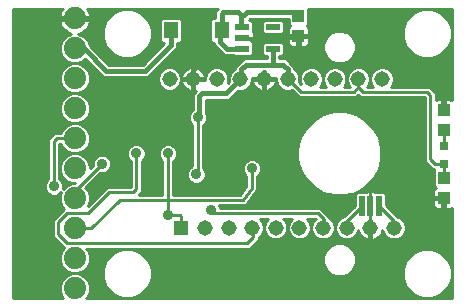
<source format=gbl>
G75*
G70*
%OFA0B0*%
%FSLAX24Y24*%
%IPPOS*%
%LPD*%
%AMOC8*
5,1,8,0,0,1.08239X$1,22.5*
%
%ADD10R,0.0315X0.0315*%
%ADD11R,0.0394X0.0433*%
%ADD12R,0.0472X0.0217*%
%ADD13C,0.0515*%
%ADD14R,0.0515X0.0515*%
%ADD15R,0.0236X0.0669*%
%ADD16R,0.0197X0.0669*%
%ADD17C,0.0740*%
%ADD18R,0.0500X0.0579*%
%ADD19C,0.0100*%
%ADD20C,0.0360*%
%ADD21C,0.0160*%
D10*
X014700Y004880D03*
X014700Y005470D03*
D11*
X014700Y005990D03*
X014700Y006660D03*
X014700Y004410D03*
X014700Y003740D03*
X009850Y009140D03*
X009850Y009810D03*
D12*
X009012Y009449D03*
X009012Y008701D03*
X007988Y008701D03*
X007988Y009075D03*
X007988Y009449D03*
D13*
X007919Y007705D03*
X007132Y007705D03*
X006344Y007705D03*
X005557Y007705D03*
X008707Y007705D03*
X009494Y007705D03*
X010281Y007705D03*
X011069Y007705D03*
X011856Y007705D03*
X012644Y007705D03*
X013037Y002745D03*
X012250Y002745D03*
X011463Y002745D03*
X010675Y002745D03*
X009888Y002745D03*
X009100Y002745D03*
X008313Y002745D03*
X007526Y002745D03*
X006738Y002745D03*
D14*
X005951Y002745D03*
D15*
X011974Y003475D03*
X012526Y003475D03*
D16*
X012250Y003475D03*
D17*
X002400Y003725D03*
X002400Y002725D03*
X002400Y001725D03*
X002400Y000725D03*
X002400Y004725D03*
X002400Y005725D03*
X002400Y006725D03*
X002400Y007725D03*
X002400Y008725D03*
X002400Y009725D03*
D18*
X005604Y009325D03*
X007296Y009325D03*
D19*
X000325Y010050D02*
X000325Y000400D01*
X002018Y000400D01*
X001976Y000442D01*
X001900Y000626D01*
X001900Y000824D01*
X001976Y001008D01*
X002117Y001149D01*
X002301Y001225D01*
X002499Y001225D01*
X002683Y001301D01*
X002824Y001442D01*
X002900Y001626D01*
X002900Y001824D01*
X002824Y002008D01*
X002787Y002045D01*
X008225Y002045D01*
X008425Y002245D01*
X008530Y002350D01*
X008530Y002415D01*
X008532Y002416D01*
X008641Y002525D01*
X008700Y002668D01*
X008700Y002822D01*
X008641Y002964D01*
X008561Y003045D01*
X008853Y003045D01*
X008772Y002964D01*
X008713Y002822D01*
X008713Y002668D01*
X008772Y002525D01*
X008881Y002416D01*
X009023Y002357D01*
X009177Y002357D01*
X009320Y002416D01*
X009429Y002525D01*
X009488Y002668D01*
X009488Y002822D01*
X009429Y002964D01*
X009348Y003045D01*
X009640Y003045D01*
X009559Y002964D01*
X009500Y002822D01*
X009500Y002668D01*
X009559Y002525D01*
X009668Y002416D01*
X009811Y002357D01*
X009965Y002357D01*
X010107Y002416D01*
X010216Y002525D01*
X010275Y002668D01*
X010275Y002822D01*
X010216Y002964D01*
X010135Y003045D01*
X010425Y003045D01*
X010426Y003044D01*
X010347Y002964D01*
X010288Y002822D01*
X010288Y002668D01*
X010347Y002525D01*
X010456Y002416D01*
X010598Y002357D01*
X010752Y002357D01*
X010895Y002416D01*
X011004Y002525D01*
X011063Y002668D01*
X011063Y002822D01*
X011004Y002964D01*
X010895Y003073D01*
X010880Y003079D01*
X010880Y003100D01*
X010775Y003205D01*
X010680Y003300D01*
X010575Y003405D01*
X007252Y003405D01*
X007215Y003495D01*
X007940Y003495D01*
X007952Y003486D01*
X008013Y003495D01*
X008075Y003495D01*
X008085Y003505D01*
X008099Y003507D01*
X008136Y003557D01*
X008180Y003600D01*
X008180Y003615D01*
X008436Y003957D01*
X008480Y004000D01*
X008480Y004015D01*
X008489Y004027D01*
X008480Y004088D01*
X008480Y004467D01*
X008563Y004549D01*
X008610Y004663D01*
X008610Y004787D01*
X008563Y004901D01*
X008476Y004988D01*
X008362Y005035D01*
X008238Y005035D01*
X008124Y004988D01*
X008037Y004901D01*
X007990Y004787D01*
X007990Y004663D01*
X008037Y004549D01*
X008120Y004467D01*
X008120Y004135D01*
X007910Y003855D01*
X005680Y003855D01*
X005680Y004967D01*
X005763Y005049D01*
X005810Y005163D01*
X005810Y005287D01*
X005763Y005401D01*
X005676Y005488D01*
X005562Y005535D01*
X005438Y005535D01*
X005324Y005488D01*
X005237Y005401D01*
X005190Y005287D01*
X005190Y005163D01*
X005237Y005049D01*
X005320Y004967D01*
X005320Y003855D01*
X004535Y003855D01*
X004630Y003950D01*
X004630Y004967D01*
X004713Y005049D01*
X004760Y005163D01*
X004760Y005287D01*
X004713Y005401D01*
X004626Y005488D01*
X004512Y005535D01*
X004388Y005535D01*
X004274Y005488D01*
X004187Y005401D01*
X004140Y005287D01*
X004140Y005163D01*
X004187Y005049D01*
X004270Y004967D01*
X004270Y004105D01*
X003475Y004105D01*
X002832Y003462D01*
X002900Y003626D01*
X002900Y003824D01*
X002824Y004008D01*
X002756Y004076D01*
X003245Y004565D01*
X003362Y004565D01*
X003476Y004612D01*
X003563Y004699D01*
X003610Y004813D01*
X003610Y004937D01*
X003563Y005051D01*
X003476Y005138D01*
X003362Y005185D01*
X003238Y005185D01*
X003124Y005138D01*
X003037Y005051D01*
X002990Y004937D01*
X002990Y004820D01*
X002900Y004730D01*
X002900Y004824D01*
X002824Y005008D01*
X002683Y005149D01*
X002499Y005225D01*
X002683Y005301D01*
X002824Y005442D01*
X002900Y005626D01*
X002900Y005824D01*
X002824Y006008D01*
X002683Y006149D01*
X002499Y006225D01*
X002301Y006225D01*
X002117Y006149D01*
X001976Y006008D01*
X001933Y005905D01*
X001725Y005905D01*
X001620Y005800D01*
X001520Y005700D01*
X001520Y004383D01*
X001437Y004301D01*
X001390Y004187D01*
X001390Y004063D01*
X001437Y003949D01*
X001524Y003862D01*
X001638Y003815D01*
X001762Y003815D01*
X001876Y003862D01*
X001944Y003931D01*
X001900Y003824D01*
X001900Y003626D01*
X001976Y003442D01*
X002044Y003374D01*
X001775Y003105D01*
X001670Y003000D01*
X001670Y002450D01*
X001970Y002150D01*
X002044Y002076D01*
X001976Y002008D01*
X001900Y001824D01*
X001900Y001626D01*
X001976Y001442D01*
X002117Y001301D01*
X002301Y001225D01*
X002499Y001225D01*
X002683Y001149D01*
X002824Y001008D01*
X002900Y000824D01*
X002900Y000626D01*
X002824Y000442D01*
X002782Y000400D01*
X014975Y000400D01*
X014975Y003396D01*
X014955Y003384D01*
X014917Y003374D01*
X014748Y003374D01*
X014748Y003692D01*
X014652Y003692D01*
X014652Y003374D01*
X014483Y003374D01*
X014445Y003384D01*
X014411Y003404D01*
X014383Y003432D01*
X014363Y003466D01*
X014353Y003504D01*
X014353Y003692D01*
X014652Y003692D01*
X014652Y003789D01*
X014353Y003789D01*
X014353Y003977D01*
X014363Y004015D01*
X014383Y004049D01*
X014411Y004077D01*
X014427Y004086D01*
X014373Y004139D01*
X014373Y004680D01*
X014388Y004695D01*
X014325Y004695D01*
X014220Y004800D01*
X014070Y004950D01*
X014070Y007095D01*
X011925Y007095D01*
X011850Y007170D01*
X011775Y007095D01*
X009875Y007095D01*
X009770Y007200D01*
X009629Y007342D01*
X009571Y007318D01*
X009417Y007318D01*
X009275Y007377D01*
X009166Y007486D01*
X009107Y007627D01*
X009104Y007610D01*
X009084Y007549D01*
X009055Y007492D01*
X009018Y007440D01*
X008972Y007395D01*
X008920Y007357D01*
X008863Y007328D01*
X008802Y007308D01*
X008739Y007298D01*
X008735Y007298D01*
X008735Y007677D01*
X008678Y007677D01*
X008307Y007677D01*
X008307Y007734D01*
X008678Y007734D01*
X008678Y007677D01*
X008678Y007298D01*
X008675Y007298D01*
X008611Y007308D01*
X008550Y007328D01*
X008493Y007357D01*
X008441Y007395D01*
X008396Y007440D01*
X008358Y007492D01*
X008329Y007549D01*
X008309Y007610D01*
X008306Y007627D01*
X008248Y007486D01*
X008139Y007377D01*
X007996Y007318D01*
X007842Y007318D01*
X007833Y007322D01*
X007660Y007149D01*
X007660Y007138D01*
X007537Y007015D01*
X006760Y007015D01*
X006760Y006603D01*
X006763Y006601D01*
X006810Y006487D01*
X006810Y006363D01*
X006763Y006249D01*
X006680Y006167D01*
X006680Y004733D01*
X006713Y004701D01*
X006760Y004587D01*
X006760Y004463D01*
X006713Y004349D01*
X006626Y004262D01*
X006512Y004215D01*
X006388Y004215D01*
X006274Y004262D01*
X006187Y004349D01*
X006140Y004463D01*
X006140Y004587D01*
X006187Y004701D01*
X006274Y004788D01*
X006320Y004807D01*
X006320Y006167D01*
X006237Y006249D01*
X006190Y006363D01*
X006190Y006487D01*
X006237Y006601D01*
X006324Y006688D01*
X006340Y006694D01*
X006340Y007212D01*
X006435Y007307D01*
X006377Y007298D01*
X006373Y007298D01*
X006373Y007677D01*
X006744Y007677D01*
X006744Y007734D01*
X006373Y007734D01*
X006316Y007734D01*
X006316Y008113D01*
X006312Y008113D01*
X006249Y008103D01*
X006188Y008083D01*
X006131Y008054D01*
X006079Y008016D01*
X006034Y007971D01*
X005996Y007919D01*
X005967Y007862D01*
X005947Y007801D01*
X005944Y007783D01*
X005886Y007925D01*
X005777Y008034D01*
X005634Y008093D01*
X005480Y008093D01*
X005338Y008034D01*
X005229Y007925D01*
X005170Y007782D01*
X005170Y007628D01*
X005229Y007486D01*
X005338Y007377D01*
X005480Y007318D01*
X005634Y007318D01*
X005777Y007377D01*
X005886Y007486D01*
X005944Y007627D01*
X005947Y007610D01*
X005967Y007549D01*
X005996Y007492D01*
X006034Y007440D01*
X006079Y007395D01*
X006131Y007357D01*
X006188Y007328D01*
X006249Y007308D01*
X006312Y007298D01*
X006316Y007298D01*
X006316Y007677D01*
X005945Y007677D01*
X005945Y007734D01*
X006316Y007734D01*
X006316Y007677D01*
X006373Y007677D01*
X006373Y007734D01*
X006373Y008113D01*
X006377Y008113D01*
X006440Y008103D01*
X006501Y008083D01*
X006558Y008054D01*
X006610Y008016D01*
X006655Y007971D01*
X006693Y007919D01*
X006722Y007862D01*
X006742Y007801D01*
X006745Y007783D01*
X006803Y007925D01*
X006912Y008034D01*
X007055Y008093D01*
X007209Y008093D01*
X007351Y008034D01*
X007460Y007925D01*
X007519Y007782D01*
X007519Y007628D01*
X007501Y007584D01*
X007536Y007619D01*
X007532Y007628D01*
X007532Y007782D01*
X007591Y007925D01*
X007700Y008034D01*
X007740Y008050D01*
X007740Y008112D01*
X008026Y008398D01*
X008802Y008398D01*
X008802Y008463D01*
X008722Y008463D01*
X008646Y008539D01*
X008646Y008863D01*
X008722Y008939D01*
X009302Y008939D01*
X009378Y008863D01*
X009378Y008539D01*
X009302Y008463D01*
X009222Y008463D01*
X009222Y008398D01*
X009424Y008398D01*
X009587Y008235D01*
X009710Y008112D01*
X009710Y008035D01*
X009714Y008034D01*
X009823Y007925D01*
X009882Y007782D01*
X009882Y007628D01*
X009873Y007607D01*
X009924Y007555D01*
X009894Y007628D01*
X009894Y007782D01*
X009953Y007925D01*
X010062Y008034D01*
X010204Y008093D01*
X010359Y008093D01*
X010501Y008034D01*
X010610Y007925D01*
X010669Y007782D01*
X010669Y007628D01*
X010610Y007486D01*
X010579Y007455D01*
X010771Y007455D01*
X010740Y007486D01*
X010681Y007628D01*
X010681Y007782D01*
X010740Y007925D01*
X010849Y008034D01*
X010992Y008093D01*
X011146Y008093D01*
X011288Y008034D01*
X011397Y007925D01*
X011456Y007782D01*
X011456Y007628D01*
X011397Y007486D01*
X011367Y007455D01*
X011559Y007455D01*
X011528Y007486D01*
X011469Y007628D01*
X011469Y007782D01*
X011528Y007925D01*
X011637Y008034D01*
X011779Y008093D01*
X011933Y008093D01*
X012076Y008034D01*
X012185Y007925D01*
X012244Y007782D01*
X012244Y007628D01*
X012185Y007486D01*
X012154Y007455D01*
X012346Y007455D01*
X012315Y007486D01*
X012256Y007628D01*
X012256Y007782D01*
X012315Y007925D01*
X012424Y008034D01*
X012567Y008093D01*
X012721Y008093D01*
X012863Y008034D01*
X012972Y007925D01*
X013031Y007782D01*
X013031Y007628D01*
X012972Y007486D01*
X012941Y007455D01*
X014225Y007455D01*
X014325Y007355D01*
X014430Y007250D01*
X014430Y007007D01*
X014445Y007016D01*
X014483Y007026D01*
X014652Y007026D01*
X014652Y006708D01*
X014748Y006708D01*
X014748Y007026D01*
X014917Y007026D01*
X014955Y007016D01*
X014975Y007004D01*
X014975Y010050D01*
X010177Y010050D01*
X010177Y009539D01*
X010123Y009486D01*
X010139Y009477D01*
X010167Y009449D01*
X010187Y009415D01*
X010197Y009377D01*
X010197Y009189D01*
X009898Y009189D01*
X009898Y009092D01*
X009898Y008774D01*
X010067Y008774D01*
X010105Y008784D01*
X010139Y008804D01*
X010167Y008832D01*
X010187Y008866D01*
X010197Y008904D01*
X010197Y009092D01*
X009898Y009092D01*
X009802Y009092D01*
X009802Y008774D01*
X009633Y008774D01*
X009595Y008784D01*
X009561Y008804D01*
X009533Y008832D01*
X009513Y008866D01*
X009503Y008904D01*
X009503Y009092D01*
X009802Y009092D01*
X009802Y009189D01*
X009503Y009189D01*
X009503Y009377D01*
X009513Y009415D01*
X009533Y009449D01*
X009561Y009477D01*
X009577Y009486D01*
X009523Y009539D01*
X009523Y009715D01*
X008237Y009715D01*
X008209Y009687D01*
X008278Y009687D01*
X008354Y009611D01*
X008354Y009287D01*
X008646Y009287D01*
X008722Y009211D01*
X009302Y009211D01*
X009378Y009287D01*
X009503Y009287D01*
X009506Y009386D02*
X009378Y009386D01*
X009378Y009484D02*
X009573Y009484D01*
X009523Y009583D02*
X009378Y009583D01*
X009378Y009611D02*
X009302Y009687D01*
X008722Y009687D01*
X008646Y009611D01*
X008646Y009287D01*
X008646Y009386D02*
X008354Y009386D01*
X008354Y009484D02*
X008646Y009484D01*
X008646Y009583D02*
X008354Y009583D01*
X008284Y009681D02*
X008716Y009681D01*
X008354Y009287D02*
X008344Y009276D01*
X008344Y009275D01*
X008364Y009241D01*
X008374Y009203D01*
X008374Y009079D01*
X007992Y009079D01*
X007992Y009071D01*
X008374Y009071D01*
X008374Y008947D01*
X008364Y008909D01*
X008344Y008875D01*
X008344Y008874D01*
X008354Y008863D01*
X008354Y008539D01*
X008278Y008463D01*
X007698Y008463D01*
X007670Y008491D01*
X007387Y008491D01*
X007163Y008715D01*
X007040Y008838D01*
X007040Y008906D01*
X006993Y008906D01*
X006916Y008982D01*
X006916Y009668D01*
X006993Y009744D01*
X007086Y009744D01*
X007086Y009958D01*
X007178Y010050D01*
X002807Y010050D01*
X002845Y009998D01*
X002882Y009925D01*
X002907Y009847D01*
X002919Y009775D01*
X002450Y009775D01*
X002450Y009675D01*
X002919Y009675D01*
X002907Y009603D01*
X002882Y009525D01*
X002845Y009452D01*
X002797Y009386D01*
X002739Y009328D01*
X002673Y009280D01*
X002600Y009243D01*
X002522Y009218D01*
X002518Y009217D01*
X002683Y009149D01*
X002824Y009008D01*
X002900Y008824D01*
X002900Y008822D01*
X003537Y008185D01*
X004663Y008185D01*
X005384Y008906D01*
X005300Y008906D01*
X005224Y008982D01*
X005224Y009668D01*
X005300Y009744D01*
X005907Y009744D01*
X005984Y009668D01*
X005984Y008982D01*
X005907Y008906D01*
X005810Y008906D01*
X005810Y008738D01*
X005687Y008615D01*
X004837Y007765D01*
X003363Y007765D01*
X003240Y007888D01*
X002755Y008373D01*
X002683Y008301D01*
X002499Y008225D01*
X002301Y008225D01*
X002117Y008149D01*
X001976Y008008D01*
X001900Y007824D01*
X001900Y007626D01*
X001976Y007442D01*
X002117Y007301D01*
X002301Y007225D01*
X002117Y007149D01*
X001976Y007008D01*
X001900Y006824D01*
X001900Y006626D01*
X001976Y006442D01*
X002117Y006301D01*
X002301Y006225D01*
X002499Y006225D01*
X002683Y006301D01*
X002824Y006442D01*
X002900Y006626D01*
X002900Y006824D01*
X002824Y007008D01*
X002683Y007149D01*
X002499Y007225D01*
X002301Y007225D01*
X002499Y007225D01*
X002683Y007301D01*
X002824Y007442D01*
X002900Y007626D01*
X002900Y007824D01*
X002824Y008008D01*
X002683Y008149D01*
X002499Y008225D01*
X002301Y008225D01*
X002117Y008301D01*
X001976Y008442D01*
X001900Y008626D01*
X001900Y008824D01*
X001976Y009008D01*
X002117Y009149D01*
X002282Y009217D01*
X002278Y009218D01*
X002200Y009243D01*
X002127Y009280D01*
X002061Y009328D01*
X002003Y009386D01*
X001955Y009452D01*
X001918Y009525D01*
X001893Y009603D01*
X001881Y009675D01*
X002350Y009675D01*
X002350Y009775D01*
X001881Y009775D01*
X001893Y009847D01*
X001918Y009925D01*
X001955Y009998D01*
X001993Y010050D01*
X000325Y010050D01*
X000325Y009977D02*
X001945Y009977D01*
X001903Y009878D02*
X000325Y009878D01*
X000325Y009780D02*
X001882Y009780D01*
X001900Y009583D02*
X000325Y009583D01*
X000325Y009681D02*
X002350Y009681D01*
X002450Y009681D02*
X003451Y009681D01*
X003455Y009689D02*
X003330Y009388D01*
X003330Y009062D01*
X003455Y008761D01*
X003455Y008761D01*
X003686Y008530D01*
X003987Y008405D01*
X004187Y008405D01*
X004313Y008405D01*
X004313Y008405D01*
X004614Y008530D01*
X004614Y008530D01*
X004845Y008761D01*
X004970Y009062D01*
X004970Y009388D01*
X004845Y009689D01*
X004845Y009689D01*
X004614Y009920D01*
X004313Y010045D01*
X003987Y010045D01*
X003686Y009920D01*
X003686Y009920D01*
X003455Y009689D01*
X003455Y009689D01*
X003411Y009583D02*
X002900Y009583D01*
X002861Y009484D02*
X003370Y009484D01*
X003330Y009386D02*
X002796Y009386D01*
X002682Y009287D02*
X003330Y009287D01*
X003330Y009189D02*
X002588Y009189D01*
X002742Y009090D02*
X003330Y009090D01*
X003359Y008992D02*
X002831Y008992D01*
X002872Y008893D02*
X003400Y008893D01*
X003441Y008795D02*
X002927Y008795D01*
X003026Y008696D02*
X003519Y008696D01*
X003618Y008598D02*
X003124Y008598D01*
X003223Y008499D02*
X003760Y008499D01*
X003686Y008530D02*
X003686Y008530D01*
X003420Y008302D02*
X004780Y008302D01*
X004682Y008204D02*
X003518Y008204D01*
X003321Y008401D02*
X004879Y008401D01*
X004977Y008499D02*
X004540Y008499D01*
X004682Y008598D02*
X005076Y008598D01*
X005174Y008696D02*
X004781Y008696D01*
X004845Y008761D02*
X004845Y008761D01*
X004859Y008795D02*
X005273Y008795D01*
X005371Y008893D02*
X004900Y008893D01*
X004941Y008992D02*
X005224Y008992D01*
X005224Y009090D02*
X004970Y009090D01*
X004970Y009189D02*
X005224Y009189D01*
X005224Y009287D02*
X004970Y009287D01*
X004970Y009386D02*
X005224Y009386D01*
X005224Y009484D02*
X004930Y009484D01*
X004889Y009583D02*
X005224Y009583D01*
X005236Y009681D02*
X004849Y009681D01*
X004755Y009780D02*
X007086Y009780D01*
X007086Y009878D02*
X004657Y009878D01*
X004614Y009920D02*
X004614Y009920D01*
X004478Y009977D02*
X007105Y009977D01*
X006929Y009681D02*
X005971Y009681D01*
X005984Y009583D02*
X006916Y009583D01*
X006916Y009484D02*
X005984Y009484D01*
X005984Y009386D02*
X006916Y009386D01*
X006916Y009287D02*
X005984Y009287D01*
X005984Y009189D02*
X006916Y009189D01*
X006916Y009090D02*
X005984Y009090D01*
X005984Y008992D02*
X006916Y008992D01*
X007040Y008893D02*
X005810Y008893D01*
X005810Y008795D02*
X007083Y008795D01*
X007182Y008696D02*
X005768Y008696D01*
X005670Y008598D02*
X007280Y008598D01*
X007379Y008499D02*
X005571Y008499D01*
X005473Y008401D02*
X008802Y008401D01*
X008685Y008499D02*
X008315Y008499D01*
X008350Y008425D02*
X008450Y008525D01*
X008450Y008825D01*
X008200Y009075D01*
X007988Y009075D01*
X009785Y009075D01*
X009850Y009140D01*
X009898Y009189D02*
X010870Y009189D01*
X010911Y009229D02*
X010758Y009076D01*
X010675Y008876D01*
X010675Y008660D01*
X010758Y008460D01*
X010911Y008307D01*
X011110Y008225D01*
X011327Y008225D01*
X011526Y008307D01*
X011679Y008460D01*
X011762Y008660D01*
X011762Y008876D01*
X011679Y009076D01*
X011526Y009229D01*
X011327Y009312D01*
X011110Y009312D01*
X010911Y009229D01*
X011050Y009287D02*
X010197Y009287D01*
X010194Y009386D02*
X013330Y009386D01*
X013330Y009388D02*
X013330Y009062D01*
X013455Y008761D01*
X013455Y008761D01*
X013686Y008530D01*
X013987Y008405D01*
X014187Y008405D01*
X014313Y008405D01*
X014313Y008405D01*
X014614Y008530D01*
X014614Y008530D01*
X014845Y008761D01*
X014970Y009062D01*
X014970Y009388D01*
X014845Y009689D01*
X014845Y009689D01*
X014614Y009920D01*
X014313Y010045D01*
X013987Y010045D01*
X013686Y009920D01*
X013686Y009920D01*
X013455Y009689D01*
X013330Y009388D01*
X013330Y009287D02*
X011387Y009287D01*
X011567Y009189D02*
X013330Y009189D01*
X013330Y009090D02*
X011666Y009090D01*
X011715Y008992D02*
X013359Y008992D01*
X013400Y008893D02*
X011755Y008893D01*
X011762Y008795D02*
X013441Y008795D01*
X013519Y008696D02*
X011762Y008696D01*
X011736Y008598D02*
X013618Y008598D01*
X013686Y008530D02*
X013686Y008530D01*
X013760Y008499D02*
X011695Y008499D01*
X011620Y008401D02*
X014975Y008401D01*
X014975Y008499D02*
X014540Y008499D01*
X014682Y008598D02*
X014975Y008598D01*
X014975Y008696D02*
X014781Y008696D01*
X014845Y008761D02*
X014845Y008761D01*
X014859Y008795D02*
X014975Y008795D01*
X014975Y008893D02*
X014900Y008893D01*
X014941Y008992D02*
X014975Y008992D01*
X014970Y009090D02*
X014975Y009090D01*
X014970Y009189D02*
X014975Y009189D01*
X014970Y009287D02*
X014975Y009287D01*
X014970Y009386D02*
X014975Y009386D01*
X014975Y009484D02*
X014930Y009484D01*
X014889Y009583D02*
X014975Y009583D01*
X014975Y009681D02*
X014849Y009681D01*
X014755Y009780D02*
X014975Y009780D01*
X014975Y009878D02*
X014657Y009878D01*
X014614Y009920D02*
X014614Y009920D01*
X014478Y009977D02*
X014975Y009977D01*
X013822Y009977D02*
X010177Y009977D01*
X010177Y009878D02*
X013643Y009878D01*
X013545Y009780D02*
X010177Y009780D01*
X010177Y009681D02*
X013451Y009681D01*
X013455Y009689D02*
X013455Y009689D01*
X013411Y009583D02*
X010177Y009583D01*
X010127Y009484D02*
X013370Y009484D01*
X014975Y008302D02*
X011514Y008302D01*
X011610Y008007D02*
X011316Y008007D01*
X011404Y007908D02*
X011521Y007908D01*
X011480Y007810D02*
X011445Y007810D01*
X011456Y007711D02*
X011469Y007711D01*
X011475Y007613D02*
X011450Y007613D01*
X011409Y007514D02*
X011516Y007514D01*
X011700Y007275D02*
X011850Y007425D01*
X012000Y007275D01*
X014150Y007275D01*
X014250Y007175D01*
X014250Y005025D01*
X014400Y004875D01*
X014695Y004875D01*
X014700Y004880D01*
X014700Y004410D01*
X014373Y004362D02*
X012335Y004362D01*
X012339Y004365D02*
X012523Y004685D01*
X012619Y005041D01*
X012619Y005409D01*
X012523Y005765D01*
X012339Y006085D01*
X012078Y006345D01*
X011759Y006530D01*
X011403Y006625D01*
X011034Y006625D01*
X010678Y006530D01*
X010359Y006345D01*
X010098Y006085D01*
X009914Y005765D01*
X009819Y005409D01*
X009819Y005041D01*
X009914Y004685D01*
X010098Y004365D01*
X010359Y004105D01*
X010678Y003920D01*
X011034Y003825D01*
X011403Y003825D01*
X011759Y003920D01*
X012078Y004105D01*
X012339Y004365D01*
X012394Y004461D02*
X014373Y004461D01*
X014373Y004559D02*
X012451Y004559D01*
X012507Y004658D02*
X014373Y004658D01*
X014264Y004756D02*
X012542Y004756D01*
X012569Y004855D02*
X014166Y004855D01*
X014070Y004953D02*
X012595Y004953D01*
X012619Y005052D02*
X014070Y005052D01*
X014070Y005150D02*
X012619Y005150D01*
X012619Y005249D02*
X014070Y005249D01*
X014070Y005347D02*
X012619Y005347D01*
X012609Y005446D02*
X014070Y005446D01*
X014070Y005544D02*
X012582Y005544D01*
X012556Y005643D02*
X014070Y005643D01*
X014070Y005741D02*
X012530Y005741D01*
X012480Y005840D02*
X014070Y005840D01*
X014070Y005938D02*
X012423Y005938D01*
X012367Y006037D02*
X014070Y006037D01*
X014070Y006135D02*
X012288Y006135D01*
X012190Y006234D02*
X014070Y006234D01*
X014070Y006332D02*
X012091Y006332D01*
X011930Y006431D02*
X014070Y006431D01*
X014070Y006529D02*
X011760Y006529D01*
X011800Y007120D02*
X011900Y007120D01*
X011700Y007275D02*
X009950Y007275D01*
X009520Y007705D01*
X009830Y007908D02*
X009946Y007908D01*
X009905Y007810D02*
X009870Y007810D01*
X009882Y007711D02*
X009894Y007711D01*
X009901Y007613D02*
X009875Y007613D01*
X009653Y007317D02*
X008830Y007317D01*
X008735Y007317D02*
X008678Y007317D01*
X008583Y007317D02*
X007828Y007317D01*
X007729Y007219D02*
X009752Y007219D01*
X009850Y007120D02*
X007642Y007120D01*
X007544Y007022D02*
X014070Y007022D01*
X014070Y006923D02*
X006760Y006923D01*
X006760Y006825D02*
X014070Y006825D01*
X014070Y006726D02*
X006760Y006726D01*
X006760Y006628D02*
X014070Y006628D01*
X014430Y007022D02*
X014466Y007022D01*
X014430Y007120D02*
X014975Y007120D01*
X014975Y007022D02*
X014934Y007022D01*
X014748Y007022D02*
X014652Y007022D01*
X014652Y006923D02*
X014748Y006923D01*
X014748Y006825D02*
X014652Y006825D01*
X014652Y006726D02*
X014748Y006726D01*
X014975Y007219D02*
X014430Y007219D01*
X014363Y007317D02*
X014975Y007317D01*
X014975Y007416D02*
X014264Y007416D01*
X014975Y007514D02*
X012984Y007514D01*
X013025Y007613D02*
X014975Y007613D01*
X014975Y007711D02*
X013031Y007711D01*
X013020Y007810D02*
X014975Y007810D01*
X014975Y007908D02*
X012979Y007908D01*
X012890Y008007D02*
X014975Y008007D01*
X014975Y008105D02*
X009710Y008105D01*
X009741Y008007D02*
X010035Y008007D01*
X009618Y008204D02*
X014975Y008204D01*
X012397Y008007D02*
X012103Y008007D01*
X012192Y007908D02*
X012308Y007908D01*
X012267Y007810D02*
X012233Y007810D01*
X012244Y007711D02*
X012256Y007711D01*
X012263Y007613D02*
X012237Y007613D01*
X012196Y007514D02*
X012304Y007514D01*
X011850Y007425D02*
X011850Y007699D01*
X011856Y007705D01*
X010923Y008302D02*
X009520Y008302D01*
X009338Y008499D02*
X010742Y008499D01*
X010701Y008598D02*
X009378Y008598D01*
X009378Y008696D02*
X010675Y008696D01*
X010675Y008795D02*
X010123Y008795D01*
X010194Y008893D02*
X010682Y008893D01*
X010722Y008992D02*
X010197Y008992D01*
X010197Y009090D02*
X010771Y009090D01*
X010817Y008401D02*
X009222Y008401D01*
X008646Y008598D02*
X008354Y008598D01*
X008354Y008696D02*
X008646Y008696D01*
X008646Y008795D02*
X008354Y008795D01*
X008355Y008893D02*
X008676Y008893D01*
X008374Y008992D02*
X009503Y008992D01*
X009503Y009090D02*
X008374Y009090D01*
X008374Y009189D02*
X009802Y009189D01*
X009802Y009090D02*
X009898Y009090D01*
X009898Y008992D02*
X009802Y008992D01*
X009802Y008893D02*
X009898Y008893D01*
X009898Y008795D02*
X009802Y008795D01*
X009577Y008795D02*
X009378Y008795D01*
X009348Y008893D02*
X009506Y008893D01*
X009378Y009287D02*
X009378Y009611D01*
X009308Y009681D02*
X009523Y009681D01*
X008350Y008425D02*
X007720Y008425D01*
X007430Y008125D01*
X006500Y008125D01*
X006350Y007975D01*
X006350Y007711D01*
X006344Y007705D01*
X006316Y007711D02*
X005945Y007711D01*
X005938Y007613D02*
X005947Y007613D01*
X005985Y007514D02*
X005897Y007514D01*
X005815Y007416D02*
X006058Y007416D01*
X006221Y007317D02*
X002699Y007317D01*
X002798Y007416D02*
X005299Y007416D01*
X005217Y007514D02*
X002854Y007514D01*
X002895Y007613D02*
X005176Y007613D01*
X005170Y007711D02*
X002900Y007711D01*
X002900Y007810D02*
X003318Y007810D01*
X003220Y007908D02*
X002865Y007908D01*
X002825Y008007D02*
X003121Y008007D01*
X003023Y008105D02*
X002727Y008105D01*
X002551Y008204D02*
X002924Y008204D01*
X002826Y008302D02*
X002684Y008302D01*
X002249Y008204D02*
X000325Y008204D01*
X000325Y008302D02*
X002116Y008302D01*
X002017Y008401D02*
X000325Y008401D01*
X000325Y008499D02*
X001952Y008499D01*
X001912Y008598D02*
X000325Y008598D01*
X000325Y008696D02*
X001900Y008696D01*
X001900Y008795D02*
X000325Y008795D01*
X000325Y008893D02*
X001928Y008893D01*
X001969Y008992D02*
X000325Y008992D01*
X000325Y009090D02*
X002058Y009090D01*
X002212Y009189D02*
X000325Y009189D01*
X000325Y009287D02*
X002118Y009287D01*
X002004Y009386D02*
X000325Y009386D01*
X000325Y009484D02*
X001939Y009484D01*
X002918Y009780D02*
X003545Y009780D01*
X003643Y009878D02*
X002897Y009878D01*
X002855Y009977D02*
X003822Y009977D01*
X005374Y008302D02*
X007930Y008302D01*
X007832Y008204D02*
X005276Y008204D01*
X005177Y008105D02*
X006263Y008105D01*
X006316Y008105D02*
X006373Y008105D01*
X006426Y008105D02*
X007740Y008105D01*
X007673Y008007D02*
X007379Y008007D01*
X007467Y007908D02*
X007584Y007908D01*
X007543Y007810D02*
X007508Y007810D01*
X007519Y007711D02*
X007532Y007711D01*
X007530Y007613D02*
X007513Y007613D01*
X006885Y008007D02*
X006620Y008007D01*
X006699Y007908D02*
X006796Y007908D01*
X006756Y007810D02*
X006739Y007810D01*
X006744Y007711D02*
X006373Y007711D01*
X006373Y007613D02*
X006316Y007613D01*
X006316Y007514D02*
X006373Y007514D01*
X006373Y007416D02*
X006316Y007416D01*
X006316Y007317D02*
X006373Y007317D01*
X006347Y007219D02*
X002515Y007219D01*
X002712Y007120D02*
X006340Y007120D01*
X006340Y007022D02*
X002811Y007022D01*
X002859Y006923D02*
X006340Y006923D01*
X006340Y006825D02*
X002900Y006825D01*
X002900Y006726D02*
X006340Y006726D01*
X006264Y006628D02*
X002900Y006628D01*
X002860Y006529D02*
X006208Y006529D01*
X006190Y006431D02*
X002813Y006431D01*
X002714Y006332D02*
X006203Y006332D01*
X006253Y006234D02*
X002520Y006234D01*
X002697Y006135D02*
X006320Y006135D01*
X006320Y006037D02*
X002796Y006037D01*
X002853Y005938D02*
X006320Y005938D01*
X006320Y005840D02*
X002894Y005840D01*
X002900Y005741D02*
X006320Y005741D01*
X006320Y005643D02*
X002900Y005643D01*
X002866Y005544D02*
X006320Y005544D01*
X006320Y005446D02*
X005718Y005446D01*
X005785Y005347D02*
X006320Y005347D01*
X006320Y005249D02*
X005810Y005249D01*
X005804Y005150D02*
X006320Y005150D01*
X006320Y005052D02*
X005764Y005052D01*
X005680Y004953D02*
X006320Y004953D01*
X006320Y004855D02*
X005680Y004855D01*
X005680Y004756D02*
X006243Y004756D01*
X006169Y004658D02*
X005680Y004658D01*
X005680Y004559D02*
X006140Y004559D01*
X006141Y004461D02*
X005680Y004461D01*
X005680Y004362D02*
X006182Y004362D01*
X006273Y004264D02*
X005680Y004264D01*
X005680Y004165D02*
X008120Y004165D01*
X008120Y004264D02*
X006627Y004264D01*
X006718Y004362D02*
X008120Y004362D01*
X008120Y004461D02*
X006759Y004461D01*
X006760Y004559D02*
X008033Y004559D01*
X007992Y004658D02*
X006731Y004658D01*
X006680Y004756D02*
X007990Y004756D01*
X008018Y004855D02*
X006680Y004855D01*
X006680Y004953D02*
X008090Y004953D01*
X008300Y004725D02*
X008300Y004075D01*
X008000Y003675D01*
X003900Y003675D01*
X002950Y002725D01*
X002400Y002725D01*
X002150Y002225D02*
X001850Y002525D01*
X001850Y002925D01*
X002150Y003225D01*
X002850Y003225D01*
X003550Y003925D01*
X004350Y003925D01*
X004450Y004025D01*
X004450Y005225D01*
X004165Y005347D02*
X002729Y005347D01*
X002825Y005446D02*
X004232Y005446D01*
X004140Y005249D02*
X002556Y005249D01*
X002499Y005225D02*
X002301Y005225D01*
X002117Y005301D01*
X001976Y005442D01*
X001933Y005545D01*
X001880Y005545D01*
X001880Y004383D01*
X001963Y004301D01*
X002010Y004187D01*
X002010Y004063D01*
X001995Y004027D01*
X002117Y004149D01*
X002301Y004225D01*
X002395Y004225D01*
X002395Y004225D01*
X002301Y004225D01*
X002117Y004301D01*
X001976Y004442D01*
X001900Y004626D01*
X001900Y004824D01*
X001976Y005008D01*
X002117Y005149D01*
X002301Y005225D01*
X002499Y005225D01*
X002680Y005150D02*
X003154Y005150D01*
X003038Y005052D02*
X002781Y005052D01*
X002847Y004953D02*
X002997Y004953D01*
X002990Y004855D02*
X002888Y004855D01*
X002900Y004756D02*
X002926Y004756D01*
X003239Y004559D02*
X004270Y004559D01*
X004270Y004461D02*
X003140Y004461D01*
X003042Y004362D02*
X004270Y004362D01*
X004270Y004264D02*
X002943Y004264D01*
X002845Y004165D02*
X004270Y004165D01*
X004549Y003870D02*
X005320Y003870D01*
X005320Y003968D02*
X004630Y003968D01*
X004630Y004067D02*
X005320Y004067D01*
X005320Y004165D02*
X004630Y004165D01*
X004630Y004264D02*
X005320Y004264D01*
X005320Y004362D02*
X004630Y004362D01*
X004630Y004461D02*
X005320Y004461D01*
X005320Y004559D02*
X004630Y004559D01*
X004630Y004658D02*
X005320Y004658D01*
X005320Y004756D02*
X004630Y004756D01*
X004630Y004855D02*
X005320Y004855D01*
X005320Y004953D02*
X004630Y004953D01*
X004714Y005052D02*
X005236Y005052D01*
X005196Y005150D02*
X004754Y005150D01*
X004760Y005249D02*
X005190Y005249D01*
X005215Y005347D02*
X004735Y005347D01*
X004668Y005446D02*
X005282Y005446D01*
X005500Y005225D02*
X005500Y003195D01*
X005490Y003185D01*
X005890Y003185D01*
X005950Y003125D01*
X005950Y002745D01*
X005951Y002745D01*
X006950Y003325D02*
X007050Y003225D01*
X010500Y003225D01*
X010700Y003025D01*
X010700Y002769D01*
X010675Y002745D01*
X010314Y002885D02*
X010249Y002885D01*
X010275Y002786D02*
X010288Y002786D01*
X010275Y002688D02*
X010288Y002688D01*
X010320Y002589D02*
X010243Y002589D01*
X010182Y002491D02*
X010381Y002491D01*
X010514Y002392D02*
X010049Y002392D01*
X009727Y002392D02*
X009261Y002392D01*
X009394Y002491D02*
X009594Y002491D01*
X009533Y002589D02*
X009455Y002589D01*
X009488Y002688D02*
X009500Y002688D01*
X009488Y002786D02*
X009500Y002786D01*
X009526Y002885D02*
X009462Y002885D01*
X009410Y002983D02*
X009578Y002983D01*
X010197Y002983D02*
X010366Y002983D01*
X010701Y003279D02*
X011523Y003279D01*
X011622Y003377D02*
X010603Y003377D01*
X010800Y003180D02*
X011425Y003180D01*
X011371Y003126D02*
X011243Y003073D01*
X011134Y002964D01*
X011075Y002822D01*
X011075Y002668D01*
X011134Y002525D01*
X011243Y002416D01*
X011386Y002357D01*
X011540Y002357D01*
X011682Y002416D01*
X011791Y002525D01*
X011850Y002667D01*
X011853Y002649D01*
X011872Y002588D01*
X011901Y002531D01*
X011939Y002479D01*
X011985Y002434D01*
X012036Y002396D01*
X012094Y002367D01*
X012155Y002347D01*
X012218Y002337D01*
X012221Y002337D01*
X012221Y002716D01*
X012279Y002716D01*
X012279Y002337D01*
X012282Y002337D01*
X012345Y002347D01*
X012406Y002367D01*
X012464Y002396D01*
X012515Y002434D01*
X012561Y002479D01*
X012599Y002531D01*
X012628Y002588D01*
X012647Y002649D01*
X012650Y002667D01*
X012709Y002525D01*
X012818Y002416D01*
X012960Y002357D01*
X013114Y002357D01*
X013257Y002416D01*
X013366Y002525D01*
X013425Y002668D01*
X013425Y002822D01*
X013366Y002964D01*
X013257Y003073D01*
X013171Y003109D01*
X013125Y003155D01*
X012774Y003506D01*
X012774Y003863D01*
X012698Y003940D01*
X012423Y003940D01*
X012406Y003949D01*
X012368Y003960D01*
X012250Y003960D01*
X012132Y003960D01*
X012094Y003949D01*
X012077Y003940D01*
X011802Y003940D01*
X011726Y003863D01*
X011726Y003481D01*
X011371Y003126D01*
X011263Y003082D02*
X010880Y003082D01*
X010985Y002983D02*
X011153Y002983D01*
X011101Y002885D02*
X011037Y002885D01*
X011063Y002786D02*
X011075Y002786D01*
X011063Y002688D02*
X011075Y002688D01*
X011108Y002589D02*
X011030Y002589D01*
X010969Y002491D02*
X011169Y002491D01*
X011302Y002392D02*
X010836Y002392D01*
X011037Y002195D02*
X008375Y002195D01*
X008473Y002294D02*
X014975Y002294D01*
X014975Y002392D02*
X013198Y002392D01*
X013331Y002491D02*
X014975Y002491D01*
X014975Y002589D02*
X013392Y002589D01*
X013425Y002688D02*
X014975Y002688D01*
X014975Y002786D02*
X013425Y002786D01*
X013399Y002885D02*
X014975Y002885D01*
X014975Y002983D02*
X013347Y002983D01*
X013237Y003082D02*
X014975Y003082D01*
X014975Y003180D02*
X013100Y003180D01*
X013001Y003279D02*
X014975Y003279D01*
X014975Y003377D02*
X014928Y003377D01*
X014748Y003377D02*
X014652Y003377D01*
X014652Y003476D02*
X014748Y003476D01*
X014748Y003574D02*
X014652Y003574D01*
X014652Y003673D02*
X014748Y003673D01*
X014652Y003771D02*
X012774Y003771D01*
X012774Y003673D02*
X014353Y003673D01*
X014353Y003574D02*
X012774Y003574D01*
X012804Y003476D02*
X014361Y003476D01*
X014471Y003377D02*
X012903Y003377D01*
X012550Y003475D02*
X013050Y002975D01*
X013050Y002757D01*
X013037Y002745D01*
X012682Y002589D02*
X012628Y002589D01*
X012569Y002491D02*
X012744Y002491D01*
X012876Y002392D02*
X012455Y002392D01*
X012279Y002392D02*
X012221Y002392D01*
X012221Y002491D02*
X012279Y002491D01*
X012279Y002589D02*
X012221Y002589D01*
X012221Y002688D02*
X012279Y002688D01*
X012279Y002773D02*
X012221Y002773D01*
X012221Y002990D01*
X012250Y002990D01*
X012250Y003475D01*
X012250Y003475D01*
X012250Y003960D01*
X012250Y003475D01*
X012250Y003475D01*
X012250Y002990D01*
X012279Y002990D01*
X012279Y002773D01*
X012279Y002786D02*
X012221Y002786D01*
X012221Y002885D02*
X012279Y002885D01*
X012279Y002983D02*
X012221Y002983D01*
X012250Y003082D02*
X012250Y003082D01*
X012250Y003180D02*
X012250Y003180D01*
X012250Y003279D02*
X012250Y003279D01*
X012250Y003377D02*
X012250Y003377D01*
X012250Y003476D02*
X012250Y003476D01*
X012250Y003574D02*
X012250Y003574D01*
X012250Y003673D02*
X012250Y003673D01*
X012250Y003771D02*
X012250Y003771D01*
X012250Y003870D02*
X012250Y003870D01*
X012012Y004067D02*
X014401Y004067D01*
X014373Y004165D02*
X012138Y004165D01*
X012237Y004264D02*
X014373Y004264D01*
X014353Y003968D02*
X011841Y003968D01*
X011732Y003870D02*
X011569Y003870D01*
X011726Y003771D02*
X008297Y003771D01*
X008223Y003673D02*
X011726Y003673D01*
X011726Y003574D02*
X008154Y003574D01*
X008371Y003870D02*
X010868Y003870D01*
X010596Y003968D02*
X008448Y003968D01*
X008483Y004067D02*
X010425Y004067D01*
X010299Y004165D02*
X008480Y004165D01*
X008480Y004264D02*
X010200Y004264D01*
X010102Y004362D02*
X008480Y004362D01*
X008480Y004461D02*
X010043Y004461D01*
X009986Y004559D02*
X008567Y004559D01*
X008608Y004658D02*
X009930Y004658D01*
X009895Y004756D02*
X008610Y004756D01*
X008582Y004855D02*
X009868Y004855D01*
X009842Y004953D02*
X008510Y004953D01*
X009819Y005052D02*
X006680Y005052D01*
X006680Y005150D02*
X009819Y005150D01*
X009819Y005249D02*
X006680Y005249D01*
X006680Y005347D02*
X009819Y005347D01*
X009828Y005446D02*
X006680Y005446D01*
X006680Y005544D02*
X009855Y005544D01*
X009881Y005643D02*
X006680Y005643D01*
X006680Y005741D02*
X009907Y005741D01*
X009957Y005840D02*
X006680Y005840D01*
X006680Y005938D02*
X010014Y005938D01*
X010070Y006037D02*
X006680Y006037D01*
X006680Y006135D02*
X010149Y006135D01*
X010247Y006234D02*
X006747Y006234D01*
X006797Y006332D02*
X010346Y006332D01*
X010507Y006431D02*
X006810Y006431D01*
X006792Y006529D02*
X010677Y006529D01*
X010622Y007514D02*
X010729Y007514D01*
X010688Y007613D02*
X010662Y007613D01*
X010669Y007711D02*
X010681Y007711D01*
X010693Y007810D02*
X010658Y007810D01*
X010617Y007908D02*
X010733Y007908D01*
X010822Y008007D02*
X010528Y008007D01*
X009236Y007416D02*
X008993Y007416D01*
X009067Y007514D02*
X009154Y007514D01*
X009113Y007613D02*
X009105Y007613D01*
X009107Y007677D02*
X008735Y007677D01*
X008735Y007734D01*
X008735Y007978D01*
X008678Y007978D01*
X008678Y007734D01*
X008735Y007734D01*
X009107Y007734D01*
X009107Y007677D01*
X009107Y007711D02*
X008735Y007711D01*
X008678Y007711D02*
X008307Y007711D01*
X008300Y007613D02*
X008309Y007613D01*
X008347Y007514D02*
X008259Y007514D01*
X008177Y007416D02*
X008420Y007416D01*
X008678Y007416D02*
X008735Y007416D01*
X008735Y007514D02*
X008678Y007514D01*
X008678Y007613D02*
X008735Y007613D01*
X008735Y007810D02*
X008678Y007810D01*
X008678Y007908D02*
X008735Y007908D01*
X006500Y006425D02*
X006500Y004575D01*
X006450Y004525D01*
X005680Y004067D02*
X008069Y004067D01*
X007995Y003968D02*
X005680Y003968D01*
X005680Y003870D02*
X007921Y003870D01*
X007223Y003476D02*
X011720Y003476D01*
X011974Y003475D02*
X011463Y002963D01*
X011463Y002745D01*
X011818Y002589D02*
X011872Y002589D01*
X011931Y002491D02*
X011756Y002491D01*
X011624Y002392D02*
X012045Y002392D01*
X011671Y001998D02*
X013873Y001998D01*
X013987Y002045D02*
X013686Y001920D01*
X013686Y001920D01*
X013455Y001689D01*
X013330Y001388D01*
X013330Y001062D01*
X013455Y000761D01*
X013455Y000761D01*
X013686Y000530D01*
X013987Y000405D01*
X014113Y000405D01*
X014313Y000405D01*
X014614Y000530D01*
X014845Y000761D01*
X014970Y001062D01*
X014970Y001388D01*
X014845Y001689D01*
X014845Y001689D01*
X014614Y001920D01*
X014313Y002045D01*
X013987Y002045D01*
X013665Y001900D02*
X011717Y001900D01*
X011679Y001990D02*
X011526Y002143D01*
X011327Y002225D01*
X011110Y002225D01*
X010911Y002143D01*
X010758Y001990D01*
X010675Y001790D01*
X010675Y001574D01*
X010758Y001374D01*
X010911Y001221D01*
X011110Y001138D01*
X011327Y001138D01*
X011526Y001221D01*
X011679Y001374D01*
X011762Y001574D01*
X011762Y001790D01*
X011679Y001990D01*
X011573Y002097D02*
X014975Y002097D01*
X014975Y002195D02*
X011400Y002195D01*
X011758Y001801D02*
X013566Y001801D01*
X013468Y001703D02*
X011762Y001703D01*
X011762Y001604D02*
X013419Y001604D01*
X013455Y001689D02*
X013455Y001689D01*
X013379Y001506D02*
X011734Y001506D01*
X011693Y001407D02*
X013338Y001407D01*
X013330Y001309D02*
X011614Y001309D01*
X011501Y001210D02*
X013330Y001210D01*
X013330Y001112D02*
X004970Y001112D01*
X004970Y001062D02*
X004970Y001388D01*
X004845Y001689D01*
X004845Y001689D01*
X004614Y001920D01*
X004313Y002045D01*
X003987Y002045D01*
X003686Y001920D01*
X003686Y001920D01*
X003455Y001689D01*
X003330Y001388D01*
X003330Y001062D01*
X003455Y000761D01*
X003455Y000761D01*
X003686Y000530D01*
X003987Y000405D01*
X004113Y000405D01*
X004313Y000405D01*
X004614Y000530D01*
X004614Y000530D01*
X004845Y000761D01*
X004970Y001062D01*
X004950Y001013D02*
X013350Y001013D01*
X013391Y000915D02*
X004909Y000915D01*
X004868Y000816D02*
X013432Y000816D01*
X013498Y000718D02*
X004802Y000718D01*
X004845Y000761D02*
X004845Y000761D01*
X004704Y000619D02*
X013596Y000619D01*
X013686Y000530D02*
X013686Y000530D01*
X013708Y000521D02*
X004592Y000521D01*
X004354Y000422D02*
X013946Y000422D01*
X014354Y000422D02*
X014975Y000422D01*
X014975Y000521D02*
X014592Y000521D01*
X014704Y000619D02*
X014975Y000619D01*
X014975Y000718D02*
X014802Y000718D01*
X014845Y000761D02*
X014845Y000761D01*
X014845Y000761D01*
X014868Y000816D02*
X014975Y000816D01*
X014975Y000915D02*
X014909Y000915D01*
X014950Y001013D02*
X014975Y001013D01*
X014970Y001112D02*
X014975Y001112D01*
X014970Y001210D02*
X014975Y001210D01*
X014970Y001309D02*
X014975Y001309D01*
X014962Y001407D02*
X014975Y001407D01*
X014975Y001506D02*
X014921Y001506D01*
X014881Y001604D02*
X014975Y001604D01*
X014975Y001703D02*
X014832Y001703D01*
X014734Y001801D02*
X014975Y001801D01*
X014975Y001900D02*
X014635Y001900D01*
X014614Y001920D02*
X014614Y001920D01*
X014427Y001998D02*
X014975Y001998D01*
X012550Y003475D02*
X012526Y003475D01*
X012768Y003870D02*
X014353Y003870D01*
X014700Y005470D02*
X014700Y005990D01*
X010864Y002097D02*
X008276Y002097D01*
X008150Y002225D02*
X008350Y002425D01*
X008350Y002708D01*
X008313Y002745D01*
X008674Y002885D02*
X008739Y002885D01*
X008713Y002786D02*
X008700Y002786D01*
X008700Y002688D02*
X008713Y002688D01*
X008745Y002589D02*
X008668Y002589D01*
X008607Y002491D02*
X008807Y002491D01*
X008939Y002392D02*
X008530Y002392D01*
X008150Y002225D02*
X002150Y002225D01*
X002024Y002097D02*
X000325Y002097D01*
X000325Y002195D02*
X001925Y002195D01*
X001827Y002294D02*
X000325Y002294D01*
X000325Y002392D02*
X001728Y002392D01*
X001670Y002491D02*
X000325Y002491D01*
X000325Y002589D02*
X001670Y002589D01*
X001670Y002688D02*
X000325Y002688D01*
X000325Y002786D02*
X001670Y002786D01*
X001670Y002885D02*
X000325Y002885D01*
X000325Y002983D02*
X001670Y002983D01*
X001752Y003082D02*
X000325Y003082D01*
X000325Y003180D02*
X001850Y003180D01*
X001949Y003279D02*
X000325Y003279D01*
X000325Y003377D02*
X002041Y003377D01*
X001962Y003476D02*
X000325Y003476D01*
X000325Y003574D02*
X001921Y003574D01*
X001900Y003673D02*
X000325Y003673D01*
X000325Y003771D02*
X001900Y003771D01*
X001883Y003870D02*
X001919Y003870D01*
X002010Y004067D02*
X002034Y004067D01*
X002010Y004165D02*
X002156Y004165D01*
X002208Y004264D02*
X001978Y004264D01*
X001901Y004362D02*
X002056Y004362D01*
X001968Y004461D02*
X001880Y004461D01*
X001880Y004559D02*
X001928Y004559D01*
X001900Y004658D02*
X001880Y004658D01*
X001880Y004756D02*
X001900Y004756D01*
X001912Y004855D02*
X001880Y004855D01*
X001880Y004953D02*
X001953Y004953D01*
X002019Y005052D02*
X001880Y005052D01*
X001880Y005150D02*
X002120Y005150D01*
X002244Y005249D02*
X001880Y005249D01*
X001880Y005347D02*
X002071Y005347D01*
X001975Y005446D02*
X001880Y005446D01*
X001880Y005544D02*
X001934Y005544D01*
X001800Y005725D02*
X002400Y005725D01*
X001947Y005938D02*
X000325Y005938D01*
X000325Y005840D02*
X001660Y005840D01*
X001561Y005741D02*
X000325Y005741D01*
X000325Y005643D02*
X001520Y005643D01*
X001520Y005544D02*
X000325Y005544D01*
X000325Y005446D02*
X001520Y005446D01*
X001520Y005347D02*
X000325Y005347D01*
X000325Y005249D02*
X001520Y005249D01*
X001520Y005150D02*
X000325Y005150D01*
X000325Y005052D02*
X001520Y005052D01*
X001520Y004953D02*
X000325Y004953D01*
X000325Y004855D02*
X001520Y004855D01*
X001520Y004756D02*
X000325Y004756D01*
X000325Y004658D02*
X001520Y004658D01*
X001520Y004559D02*
X000325Y004559D01*
X000325Y004461D02*
X001520Y004461D01*
X001499Y004362D02*
X000325Y004362D01*
X000325Y004264D02*
X001422Y004264D01*
X001390Y004165D02*
X000325Y004165D01*
X000325Y004067D02*
X001390Y004067D01*
X001429Y003968D02*
X000325Y003968D01*
X000325Y003870D02*
X001517Y003870D01*
X001700Y004125D02*
X001700Y005625D01*
X001800Y005725D01*
X002004Y006037D02*
X000325Y006037D01*
X000325Y006135D02*
X002103Y006135D01*
X002280Y006234D02*
X000325Y006234D01*
X000325Y006332D02*
X002086Y006332D01*
X001987Y006431D02*
X000325Y006431D01*
X000325Y006529D02*
X001940Y006529D01*
X001900Y006628D02*
X000325Y006628D01*
X000325Y006726D02*
X001900Y006726D01*
X001900Y006825D02*
X000325Y006825D01*
X000325Y006923D02*
X001941Y006923D01*
X001989Y007022D02*
X000325Y007022D01*
X000325Y007120D02*
X002088Y007120D01*
X002285Y007219D02*
X000325Y007219D01*
X000325Y007317D02*
X002101Y007317D01*
X002002Y007416D02*
X000325Y007416D01*
X000325Y007514D02*
X001946Y007514D01*
X001905Y007613D02*
X000325Y007613D01*
X000325Y007711D02*
X001900Y007711D01*
X001900Y007810D02*
X000325Y007810D01*
X000325Y007908D02*
X001935Y007908D01*
X001975Y008007D02*
X000325Y008007D01*
X000325Y008105D02*
X002073Y008105D01*
X004882Y007810D02*
X005181Y007810D01*
X005222Y007908D02*
X004980Y007908D01*
X005079Y008007D02*
X005310Y008007D01*
X005804Y008007D02*
X006069Y008007D01*
X005990Y007908D02*
X005893Y007908D01*
X005933Y007810D02*
X005950Y007810D01*
X006316Y007810D02*
X006373Y007810D01*
X006373Y007908D02*
X006316Y007908D01*
X006316Y008007D02*
X006373Y008007D01*
X004146Y005150D02*
X003446Y005150D01*
X003562Y005052D02*
X004186Y005052D01*
X004270Y004953D02*
X003603Y004953D01*
X003610Y004855D02*
X004270Y004855D01*
X004270Y004756D02*
X003586Y004756D01*
X003521Y004658D02*
X004270Y004658D01*
X003300Y004875D02*
X002400Y003975D01*
X002400Y003725D01*
X002766Y004067D02*
X003437Y004067D01*
X003338Y003968D02*
X002841Y003968D01*
X002881Y003870D02*
X003240Y003870D01*
X003141Y003771D02*
X002900Y003771D01*
X002900Y003673D02*
X003043Y003673D01*
X002944Y003574D02*
X002879Y003574D01*
X002846Y003476D02*
X002838Y003476D01*
X002828Y001998D02*
X003873Y001998D01*
X003665Y001900D02*
X002869Y001900D01*
X002900Y001801D02*
X003566Y001801D01*
X003468Y001703D02*
X002900Y001703D01*
X002891Y001604D02*
X003419Y001604D01*
X003455Y001689D02*
X003455Y001689D01*
X003455Y001689D01*
X003379Y001506D02*
X002850Y001506D01*
X002789Y001407D02*
X003338Y001407D01*
X003330Y001309D02*
X002691Y001309D01*
X002536Y001210D02*
X003330Y001210D01*
X003330Y001112D02*
X002721Y001112D01*
X002819Y001013D02*
X003350Y001013D01*
X003391Y000915D02*
X002863Y000915D01*
X002900Y000816D02*
X003432Y000816D01*
X003498Y000718D02*
X002900Y000718D01*
X002897Y000619D02*
X003596Y000619D01*
X003686Y000530D02*
X003686Y000530D01*
X003708Y000521D02*
X002856Y000521D01*
X002804Y000422D02*
X003946Y000422D01*
X004970Y001210D02*
X010937Y001210D01*
X010823Y001309D02*
X004970Y001309D01*
X004962Y001407D02*
X010744Y001407D01*
X010703Y001506D02*
X004921Y001506D01*
X004881Y001604D02*
X010675Y001604D01*
X010675Y001703D02*
X004832Y001703D01*
X004734Y001801D02*
X010679Y001801D01*
X010720Y001900D02*
X004635Y001900D01*
X004614Y001920D02*
X004614Y001920D01*
X004427Y001998D02*
X010766Y001998D01*
X008791Y002983D02*
X008623Y002983D01*
X002264Y001210D02*
X000325Y001210D01*
X000325Y001112D02*
X002079Y001112D01*
X001981Y001013D02*
X000325Y001013D01*
X000325Y000915D02*
X001937Y000915D01*
X001900Y000816D02*
X000325Y000816D01*
X000325Y000718D02*
X001900Y000718D01*
X001903Y000619D02*
X000325Y000619D01*
X000325Y000521D02*
X001944Y000521D01*
X001996Y000422D02*
X000325Y000422D01*
X000325Y001309D02*
X002109Y001309D01*
X002011Y001407D02*
X000325Y001407D01*
X000325Y001506D02*
X001950Y001506D01*
X001909Y001604D02*
X000325Y001604D01*
X000325Y001703D02*
X001900Y001703D01*
X001900Y001801D02*
X000325Y001801D01*
X000325Y001900D02*
X001931Y001900D01*
X001972Y001998D02*
X000325Y001998D01*
D20*
X001700Y004125D03*
X003300Y004875D03*
X004450Y005225D03*
X005500Y005225D03*
X006450Y004525D03*
X006950Y003325D03*
X005490Y003185D03*
X008300Y004725D03*
X006500Y006425D03*
D21*
X006550Y006425D01*
X006550Y007125D01*
X006650Y007225D01*
X007450Y007225D01*
X007450Y007236D01*
X007919Y007705D01*
X007950Y007736D01*
X007950Y008025D01*
X008113Y008188D01*
X009012Y008188D01*
X009337Y008188D01*
X009500Y008025D01*
X009500Y007711D01*
X009494Y007705D01*
X009520Y007705D01*
X009012Y008188D02*
X009012Y008701D01*
X007988Y008701D02*
X007474Y008701D01*
X007250Y008925D01*
X007250Y009279D01*
X007296Y009325D01*
X007296Y009871D01*
X007350Y009925D01*
X007850Y009925D01*
X007950Y009825D01*
X008050Y009825D01*
X008150Y009925D01*
X009735Y009925D01*
X009850Y009810D01*
X007988Y009449D02*
X007950Y009487D01*
X007950Y009825D01*
X005604Y009325D02*
X005600Y009321D01*
X005600Y008825D01*
X004750Y007975D01*
X003450Y007975D01*
X002700Y008725D01*
X002400Y008725D01*
M02*

</source>
